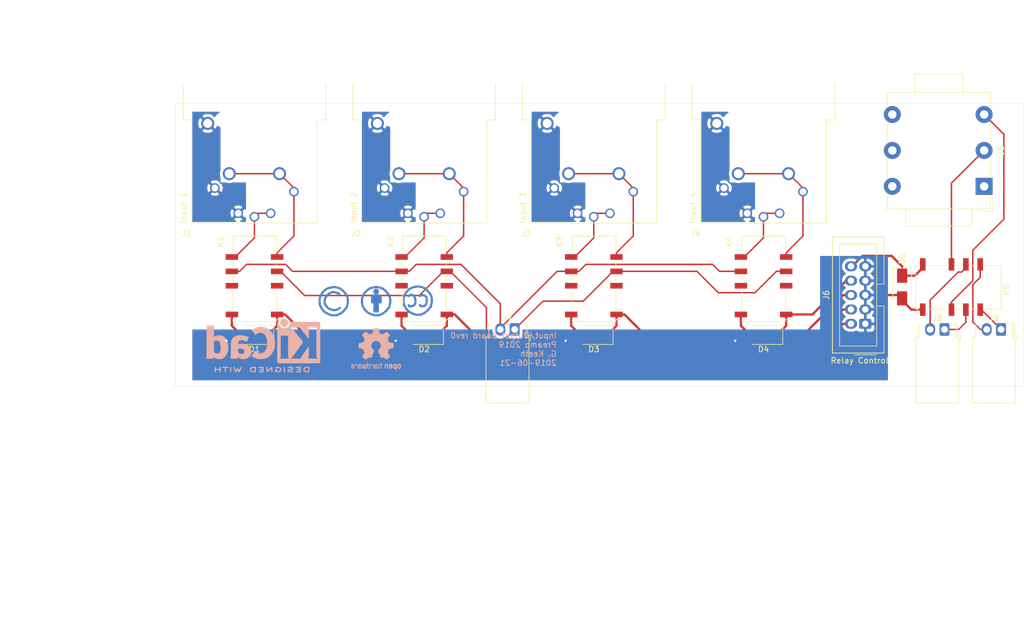
<source format=kicad_pcb>
(kicad_pcb (version 20171130) (host pcbnew 5.1.4)
  (title_block (title "Input/Output Board") (date 2019-04-27) (rev 0) (company "G. Keeth") (comment 1 "Preamp 2019") (comment 4 "NOTE: 2 of these boards are needed in total (1 each for L/R)"))
  (layers (0 F.Cu signal) (31 B.Cu signal) (34 B.Paste user) (35 F.Paste user) (36 B.SilkS user) (37 F.SilkS user) (38 B.Mask user) (39 F.Mask user) (44 Edge.Cuts user))
  (net 0 "")
  (net 1 /input1_select)
  (net 2 /input2_select)
  (net 3 /input3_select)
  (net 4 /input4_select)
  (net 5 /output_shield)
  (net 6 /input1_cold)
  (net 7 /input1_hot)
  (net 8 /input2_cold)
  (net 9 /input2_hot)
  (net 10 /input3_cold)
  (net 11 /input3_hot)
  (net 12 /input4_cold)
  (net 13 /input4_hot)
  (net 14 /input_selected_cold)
  (net 15 /output_cold)
  (net 16 /output_hot)
  (net 17 "Net-(K1-Pad3)")
  (net 18 "Net-(K1-Pad10)")
  (net 19 "Net-(K2-Pad3)")
  (net 20 "Net-(K2-Pad10)")
  (net 21 "Net-(K3-Pad3)")
  (net 22 "Net-(K3-Pad10)")
  (net 23 "Net-(K4-Pad3)")
  (net 24 "Net-(K4-Pad10)")
  (net 25 /input_selected_hot)
  (net 26 /input1_shield)
  (net 27 /input2_shield)
  (net 28 /input3_shield)
  (net 29 /input4_shield)
  (net 30 GNDRELAY)
  (net 31 /headphone_select)
  (net 32 /headphone_cold)
  (net 33 /headphone_hot)
  (net 34 /main_hot)
  (net 35 /main_cold)
  (module Connector_Audio:Jack_3.5mm_Neutrik_NMJ6HCD2_Horizontal (layer F.Cu) (at 193 102 270)
    (fp_text reference J5 (at 6.35 -3 90) (layer F.SilkS))
    (fp_text value AudioJack3)
    (pad S thru_hole rect (at 12.7 0 270) (size 3 3) (drill 1.5) (layers *.Cu *.Mask) (net 5 /output_shield))
    (pad T thru_hole circle (at 0 0 270) (size 3 3) (drill 1.5) (layers *.Cu *.Mask) (net 34 /main_hot))
    (pad R thru_hole circle (at 6.35 0 270) (size 3 3) (drill 1.5) (layers *.Cu *.Mask) (net 35 /main_cold))
    (pad SN thru_hole circle (at 12.7 16.23 270) (size 3 3) (drill 1.5) (layers *.Cu *.Mask))
    (pad TN thru_hole circle (at 0 16.23 270) (size 3 3) (drill 1.5) (layers *.Cu *.Mask))
    (pad RN thru_hole circle (at 6.35 16.23 270) (size 3 3) (drill 1.5) (layers *.Cu *.Mask))
  )
  (module Relay_SMD:Relay_DPDT_Omron_G6S-2F (layer F.Cu) (at 188.5 132.5 90)
    (fp_text reference K5 (at -0.5 8.5 90) (layer F.SilkS))
    (fp_text value G6S-2)
    (pad 5 smd rect (at -4 3.81 90) (size 2.2 1) (layers F.Cu F.Paste F.Mask) (net 33 /headphone_hot))
    (pad 8 smd rect (at 4 3.81 90) (size 2.2 1) (layers F.Cu F.Paste F.Mask) (net 32 /headphone_cold))
    (pad 3 smd rect (at -4 -1.27 90) (size 2.2 1) (layers F.Cu F.Paste F.Mask) (net 34 /main_hot))
    (pad 1 smd rect (at -4 -6.35 90) (size 2.2 1) (layers F.Cu F.Paste F.Mask) (net 30 GNDRELAY))
    (pad 10 smd rect (at 4 -1.27 90) (size 2.2 1) (layers F.Cu F.Paste F.Mask) (net 35 /main_cold))
    (pad 12 smd rect (at 4 -6.35 90) (size 2.2 1) (layers F.Cu F.Paste F.Mask) (net 31 /headphone_select))
    (pad 4 smd rect (at -4 1.27 90) (size 2.2 1) (layers F.Cu F.Paste F.Mask) (net 16 /output_hot))
    (pad 9 smd rect (at 4 1.27 90) (size 2.2 1) (layers F.Cu F.Paste F.Mask) (net 15 /output_cold))
  )
  (module Connector_Molex_SL:Molex_SL_A-70553-0001_1x02_P2.54mm_Horizontal (layer F.Cu) (at 196 140 180)
    (fp_text reference J9 (at 1.27 2) (layer F.SilkS))
    (fp_text value Molex_SL_01x02_Male)
    (pad 2 thru_hole oval (at 2.54 0 180) (size 1.74 2.2) (drill 1.2) (layers *.Cu *.Mask) (net 32 /headphone_cold))
    (pad 1 thru_hole roundrect (at 0 0 180) (size 1.74 2.2) (drill 1.2) (layers *.Cu *.Mask) (roundrect_rratio 0.143678) (net 33 /headphone_hot))
  )
  (module Connector_Molex_SL:Molex_SL_A-70553-0001_1x02_P2.54mm_Horizontal (layer F.Cu) (at 186 140 180)
    (fp_text reference J8 (at 1.27 2) (layer F.SilkS))
    (fp_text value Molex_SL_01x02_Male)
    (pad 2 thru_hole oval (at 2.54 0 180) (size 1.74 2.2) (drill 1.2) (layers *.Cu *.Mask) (net 15 /output_cold))
    (pad 1 thru_hole roundrect (at 0 0 180) (size 1.74 2.2) (drill 1.2) (layers *.Cu *.Mask) (roundrect_rratio 0.143678) (net 16 /output_hot))
  )
  (module Connector_Molex_SL:Molex_SL_A-70553-0001_1x02_P2.54mm_Horizontal (layer F.Cu) (at 110 140 180)
    (fp_text reference J7 (at 1.27 2) (layer F.SilkS))
    (fp_text value Molex_SL_01x02_Male)
    (pad 1 thru_hole roundrect (at 0 0 180) (size 1.74 2.2) (drill 1.2) (layers *.Cu *.Mask) (roundrect_rratio 0.143678) (net 25 /input_selected_hot))
    (pad 2 thru_hole oval (at 2.54 0 180) (size 1.74 2.2) (drill 1.2) (layers *.Cu *.Mask) (net 14 /input_selected_cold))
  )
  (module Diode_SMD:D_SMA (layer F.Cu) (at 178.5 132.5 270)
    (fp_text reference D5 (at -5 0 90) (layer F.SilkS))
    (fp_text value MRA4004T3G)
    (pad 2 smd rect (at 2 0 270) (size 2.5 1.8) (layers F.Cu F.Paste F.Mask) (net 30 GNDRELAY))
    (pad 1 smd rect (at -2 0 270) (size 2.5 1.8) (layers F.Cu F.Paste F.Mask) (net 31 /headphone_select))
  )
  (module Symbol:Symbol_CC-Attribution_CopperTop_Small (layer B.Cu) (at 85.5 135 180)
    (fp_text reference REF** hide)
    (fp_text value Symbol_CC-Attribution_CopperTop_Small hide)
    (fp_line (start 0.59944 2.4003) (end 0 2.49936) (layer B.Cu) (width 0.381))
    (fp_line (start 1.00076 2.30124) (end 0.59944 2.4003) (layer B.Cu) (width 0.381))
    (fp_line (start 1.50114 1.99898) (end 1.00076 2.30124) (layer B.Cu) (width 0.381))
    (fp_line (start 1.99898 1.50114) (end 1.50114 1.99898) (layer B.Cu) (width 0.381))
    (fp_line (start 2.30124 1.00076) (end 1.99898 1.50114) (layer B.Cu) (width 0.381))
    (fp_line (start 2.49936 0.39878) (end 2.30124 1.00076) (layer B.Cu) (width 0.381))
    (fp_line (start 2.49936 -0.20066) (end 2.49936 0.39878) (layer B.Cu) (width 0.381))
    (fp_line (start 2.4003 -0.8001) (end 2.49936 -0.20066) (layer B.Cu) (width 0.381))
    (fp_line (start 1.99898 -1.50114) (end 2.4003 -0.8001) (layer B.Cu) (width 0.381))
    (fp_line (start 1.50114 -1.99898) (end 1.99898 -1.50114) (layer B.Cu) (width 0.381))
    (fp_line (start 0.89916 -2.30124) (end 1.50114 -1.99898) (layer B.Cu) (width 0.381))
    (fp_line (start 0.29972 -2.49936) (end 0.89916 -2.30124) (layer B.Cu) (width 0.381))
    (fp_line (start -0.50038 -2.49936) (end 0.29972 -2.49936) (layer B.Cu) (width 0.381))
    (fp_line (start -1.19888 -2.19964) (end -0.50038 -2.49936) (layer B.Cu) (width 0.381))
    (fp_line (start -1.69926 -1.80086) (end -1.19888 -2.19964) (layer B.Cu) (width 0.381))
    (fp_line (start -2.30124 -1.09982) (end -1.69926 -1.80086) (layer B.Cu) (width 0.381))
    (fp_line (start -2.49936 -0.29972) (end -2.30124 -1.09982) (layer B.Cu) (width 0.381))
    (fp_line (start -2.49936 0.29972) (end -2.49936 -0.29972) (layer B.Cu) (width 0.381))
    (fp_line (start -2.4003 0.8001) (end -2.49936 0.29972) (layer B.Cu) (width 0.381))
    (fp_line (start -2.19964 1.19888) (end -2.4003 0.8001) (layer B.Cu) (width 0.381))
    (fp_line (start -1.69926 1.80086) (end -2.19964 1.19888) (layer B.Cu) (width 0.381))
    (fp_line (start -1.19888 2.19964) (end -1.69926 1.80086) (layer B.Cu) (width 0.381))
    (fp_line (start -0.70104 2.4003) (end -1.19888 2.19964) (layer B.Cu) (width 0.381))
    (fp_line (start -0.09906 2.49936) (end -0.70104 2.4003) (layer B.Cu) (width 0.381))
    (fp_line (start 0 2.49936) (end -0.09906 2.49936) (layer B.Cu) (width 0.381))
    (fp_circle (center 0 1.69926) (end 0.09906 1.39954) (layer B.Cu) (width 0.381))
    (fp_line (start -0.8001 -0.20066) (end -0.8001 1.00076) (layer B.Cu) (width 0.381))
    (fp_line (start 0.70104 -0.20066) (end -0.8001 -0.20066) (layer B.Cu) (width 0.381))
    (fp_line (start 0.70104 1.00076) (end 0.70104 -0.20066) (layer B.Cu) (width 0.381))
    (fp_line (start -0.8001 1.00076) (end 0.70104 1.00076) (layer B.Cu) (width 0.381))
    (fp_line (start -0.29972 -1.80086) (end 0.20066 -1.80086) (layer B.Cu) (width 0.381))
    (fp_line (start -0.29972 -0.29972) (end -0.29972 -1.80086) (layer B.Cu) (width 0.381))
    (fp_line (start 0.29972 -1.80086) (end 0.29972 -0.20066) (layer B.Cu) (width 0.381))
    (fp_line (start 0.09906 -1.80086) (end 0.29972 -1.80086) (layer B.Cu) (width 0.381))
    (fp_line (start 0 -0.29972) (end 0 -1.6002) (layer B.Cu) (width 0.381))
    (fp_line (start -0.8001 0.09906) (end 0.50038 0.09906) (layer B.Cu) (width 0.381))
    (fp_line (start 0.50038 0.39878) (end -0.70104 0.39878) (layer B.Cu) (width 0.381))
    (fp_line (start -0.70104 0.70104) (end 0.59944 0.70104) (layer B.Cu) (width 0.381))
    (fp_line (start 0 1.89992) (end 0 1.50114) (layer B.Cu) (width 0.381))
  )
  (module Symbol:Symbol_CC-ShareAlike_CopperTop_Small (layer B.Cu) (at 78 135 180)
    (fp_text reference REF** hide)
    (fp_text value Symbol_CC-ShareAlike_CopperTop_Small hide)
    (fp_line (start 0.59944 2.4003) (end 0 2.49936) (layer B.Cu) (width 0.381))
    (fp_line (start 1.00076 2.30124) (end 0.59944 2.4003) (layer B.Cu) (width 0.381))
    (fp_line (start 1.50114 1.99898) (end 1.00076 2.30124) (layer B.Cu) (width 0.381))
    (fp_line (start 1.99898 1.50114) (end 1.50114 1.99898) (layer B.Cu) (width 0.381))
    (fp_line (start 2.30124 1.00076) (end 1.99898 1.50114) (layer B.Cu) (width 0.381))
    (fp_line (start 2.49936 0.39878) (end 2.30124 1.00076) (layer B.Cu) (width 0.381))
    (fp_line (start 2.49936 -0.20066) (end 2.49936 0.39878) (layer B.Cu) (width 0.381))
    (fp_line (start 2.4003 -0.8001) (end 2.49936 -0.20066) (layer B.Cu) (width 0.381))
    (fp_line (start 1.99898 -1.50114) (end 2.4003 -0.8001) (layer B.Cu) (width 0.381))
    (fp_line (start 1.50114 -1.99898) (end 1.99898 -1.50114) (layer B.Cu) (width 0.381))
    (fp_line (start 0.89916 -2.30124) (end 1.50114 -1.99898) (layer B.Cu) (width 0.381))
    (fp_line (start 0.29972 -2.49936) (end 0.89916 -2.30124) (layer B.Cu) (width 0.381))
    (fp_line (start -0.50038 -2.49936) (end 0.29972 -2.49936) (layer B.Cu) (width 0.381))
    (fp_line (start -1.19888 -2.19964) (end -0.50038 -2.49936) (layer B.Cu) (width 0.381))
    (fp_line (start -1.69926 -1.80086) (end -1.19888 -2.19964) (layer B.Cu) (width 0.381))
    (fp_line (start -2.30124 -1.09982) (end -1.69926 -1.80086) (layer B.Cu) (width 0.381))
    (fp_line (start -2.49936 -0.29972) (end -2.30124 -1.09982) (layer B.Cu) (width 0.381))
    (fp_line (start -2.49936 0.29972) (end -2.49936 -0.29972) (layer B.Cu) (width 0.381))
    (fp_line (start -2.4003 0.8001) (end -2.49936 0.29972) (layer B.Cu) (width 0.381))
    (fp_line (start -2.19964 1.19888) (end -2.4003 0.8001) (layer B.Cu) (width 0.381))
    (fp_line (start -1.69926 1.80086) (end -2.19964 1.19888) (layer B.Cu) (width 0.381))
    (fp_line (start -1.19888 2.19964) (end -1.69926 1.80086) (layer B.Cu) (width 0.381))
    (fp_line (start -0.70104 2.4003) (end -1.19888 2.19964) (layer B.Cu) (width 0.381))
    (fp_line (start -0.09906 2.49936) (end -0.70104 2.4003) (layer B.Cu) (width 0.381))
    (fp_line (start 0 2.49936) (end -0.09906 2.49936) (layer B.Cu) (width 0.381))
    (fp_line (start -0.50038 1.50114) (end -1.00076 1.30048) (layer B.Cu) (width 0.381))
    (fp_line (start -0.09906 1.6002) (end -0.50038 1.50114) (layer B.Cu) (width 0.381))
    (fp_line (start 0.29972 1.6002) (end -0.09906 1.6002) (layer B.Cu) (width 0.381))
    (fp_line (start 0.89916 1.30048) (end 0.29972 1.6002) (layer B.Cu) (width 0.381))
    (fp_line (start 1.19888 1.00076) (end 0.89916 1.30048) (layer B.Cu) (width 0.381))
    (fp_line (start 1.50114 0.50038) (end 1.19888 1.00076) (layer B.Cu) (width 0.381))
    (fp_line (start 1.6002 0) (end 1.50114 0.50038) (layer B.Cu) (width 0.381))
    (fp_line (start 1.6002 -0.39878) (end 1.6002 0) (layer B.Cu) (width 0.381))
    (fp_line (start 1.30048 -0.89916) (end 1.6002 -0.39878) (layer B.Cu) (width 0.381))
    (fp_line (start 0.89916 -1.30048) (end 1.30048 -0.89916) (layer B.Cu) (width 0.381))
    (fp_line (start 0.39878 -1.50114) (end 0.89916 -1.30048) (layer B.Cu) (width 0.381))
    (fp_line (start -0.09906 -1.6002) (end 0.39878 -1.50114) (layer B.Cu) (width 0.381))
    (fp_line (start -0.59944 -1.50114) (end -0.09906 -1.6002) (layer B.Cu) (width 0.381))
    (fp_line (start -1.09982 -1.19888) (end -0.59944 -1.50114) (layer B.Cu) (width 0.381))
  )
  (module Symbol:Symbol_CreativeCommons_CopperTop_Type2_Small (layer B.Cu) (at 93 135 180)
    (fp_text reference REF** hide)
    (fp_text value Symbol_CreativeCommons_CopperTop_Type2_Small hide)
    (fp_line (start 0.74944 2.5003) (end 0.15 2.59936) (layer B.Cu) (width 0.381))
    (fp_line (start 1.15076 2.40124) (end 0.74944 2.5003) (layer B.Cu) (width 0.381))
    (fp_line (start 1.65114 2.09898) (end 1.15076 2.40124) (layer B.Cu) (width 0.381))
    (fp_line (start 2.14898 1.60114) (end 1.65114 2.09898) (layer B.Cu) (width 0.381))
    (fp_line (start 2.45124 1.10076) (end 2.14898 1.60114) (layer B.Cu) (width 0.381))
    (fp_line (start 2.64936 0.49878) (end 2.45124 1.10076) (layer B.Cu) (width 0.381))
    (fp_line (start 2.64936 -0.10066) (end 2.64936 0.49878) (layer B.Cu) (width 0.381))
    (fp_line (start 2.5503 -0.7001) (end 2.64936 -0.10066) (layer B.Cu) (width 0.381))
    (fp_line (start 2.14898 -1.40114) (end 2.5503 -0.7001) (layer B.Cu) (width 0.381))
    (fp_line (start 1.65114 -1.89898) (end 2.14898 -1.40114) (layer B.Cu) (width 0.381))
    (fp_line (start 1.04916 -2.20124) (end 1.65114 -1.89898) (layer B.Cu) (width 0.381))
    (fp_line (start 0.44972 -2.39936) (end 1.04916 -2.20124) (layer B.Cu) (width 0.381))
    (fp_line (start -0.35038 -2.39936) (end 0.44972 -2.39936) (layer B.Cu) (width 0.381))
    (fp_line (start -1.04888 -2.09964) (end -0.35038 -2.39936) (layer B.Cu) (width 0.381))
    (fp_line (start -1.54926 -1.70086) (end -1.04888 -2.09964) (layer B.Cu) (width 0.381))
    (fp_line (start -2.15124 -0.99982) (end -1.54926 -1.70086) (layer B.Cu) (width 0.381))
    (fp_line (start -2.34936 -0.19972) (end -2.15124 -0.99982) (layer B.Cu) (width 0.381))
    (fp_line (start -2.34936 0.39972) (end -2.34936 -0.19972) (layer B.Cu) (width 0.381))
    (fp_line (start -2.2503 0.9001) (end -2.34936 0.39972) (layer B.Cu) (width 0.381))
    (fp_line (start -2.04964 1.29888) (end -2.2503 0.9001) (layer B.Cu) (width 0.381))
    (fp_line (start -1.54926 1.90086) (end -2.04964 1.29888) (layer B.Cu) (width 0.381))
    (fp_line (start -1.04888 2.29964) (end -1.54926 1.90086) (layer B.Cu) (width 0.381))
    (fp_line (start -0.55104 2.5003) (end -1.04888 2.29964) (layer B.Cu) (width 0.381))
    (fp_line (start 0.05094 2.59936) (end -0.55104 2.5003) (layer B.Cu) (width 0.381))
    (fp_line (start 0.15 2.59936) (end 0.05094 2.59936) (layer B.Cu) (width 0.381))
    (fp_line (start -0.44944 -0.90076) (end -0.24878 -0.7001) (layer B.Cu) (width 0.381))
    (fp_line (start -0.85076 -0.90076) (end -0.44944 -0.90076) (layer B.Cu) (width 0.381))
    (fp_line (start -1.15048 -0.79916) (end -0.85076 -0.90076) (layer B.Cu) (width 0.381))
    (fp_line (start -1.35114 -0.49944) (end -1.15048 -0.79916) (layer B.Cu) (width 0.381))
    (fp_line (start -1.4502 0.00094) (end -1.35114 -0.49944) (layer B.Cu) (width 0.381))
    (fp_line (start -1.4502 0.39972) (end -1.4502 0.00094) (layer B.Cu) (width 0.381))
    (fp_line (start -1.35114 0.80104) (end -1.4502 0.39972) (layer B.Cu) (width 0.381))
    (fp_line (start -1.04888 0.99916) (end -1.35114 0.80104) (layer B.Cu) (width 0.381))
    (fp_line (start -0.6501 1.10076) (end -1.04888 0.99916) (layer B.Cu) (width 0.381))
    (fp_line (start -0.35038 0.99916) (end -0.6501 1.10076) (layer B.Cu) (width 0.381))
    (fp_line (start -0.24878 0.9001) (end -0.35038 0.99916) (layer B.Cu) (width 0.381))
    (fp_line (start 1.65114 -0.90076) (end 1.7502 -0.7001) (layer B.Cu) (width 0.381))
    (fp_line (start 1.34888 -0.90076) (end 1.65114 -0.90076) (layer B.Cu) (width 0.381))
    (fp_line (start 1.15076 -0.90076) (end 1.34888 -0.90076) (layer B.Cu) (width 0.381))
    (fp_line (start 0.74944 -0.7001) (end 1.15076 -0.90076) (layer B.Cu) (width 0.381))
    (fp_line (start 0.54878 -0.29878) (end 0.74944 -0.7001) (layer B.Cu) (width 0.381))
    (fp_line (start 0.54878 0.1) (end 0.54878 -0.29878) (layer B.Cu) (width 0.381))
    (fp_line (start 0.65038 0.60038) (end 0.54878 0.1) (layer B.Cu) (width 0.381))
    (fp_line (start 0.85104 0.99916) (end 0.65038 0.60038) (layer B.Cu) (width 0.381))
    (fp_line (start 1.15076 1.10076) (end 0.85104 0.99916) (layer B.Cu) (width 0.381))
    (fp_line (start 1.45048 1.10076) (end 1.15076 1.10076) (layer B.Cu) (width 0.381))
    (fp_line (start 1.65114 0.99916) (end 1.45048 1.10076) (layer B.Cu) (width 0.381))
    (fp_line (start 1.7502 0.9001) (end 1.65114 0.99916) (layer B.Cu) (width 0.381))
  )
  (module Symbol:OSHW-Logo2_9.8x8mm_SilkScreen (layer B.Cu) (at 85.5 143.5 180)
    (fp_text reference REF** hide)
    (fp_text value OSHW-Logo2_9.8x8mm_SilkScreen hide)
  )
  (module Symbol:KiCad-Logo2_8mm_SilkScreen (layer B.Cu) (at 65.5 142 180)
    (fp_text reference REF** hide)
    (fp_text value KiCad-Logo2_8mm_SilkScreen hide)
  )
  (module Connector_Audio_gkeeth:Jack_Combo_Neutrik_NCJ6FA-H_Horizontal (layer F.Cu) (at 87 115)
    (fp_text reference J2 (at -5 8) (layer F.SilkS))
    (fp_text value Neutrik_NCJ6FA-H)
    (fp_text user "Input 2" (at -5.5 3.5 90) (layer F.SilkS))
    (pad "" np_thru_hole circle (at 6.985 -8.89) (size 1.6 1.6) (drill 1.6) (layers *.Cu *.Mask))
    (pad "" np_thru_hole circle (at 12.7 -12.065) (size 1.6 1.6) (drill 1.6) (layers *.Cu *.Mask))
    (pad "" np_thru_hole circle (at 1.27 -12.065) (size 1.6 1.6) (drill 1.6) (layers *.Cu *.Mask))
    (pad G thru_hole circle (at -1.27 -11.43) (size 2.3 2.3) (drill 1.6) (layers *.Cu *.Mask) (net 27 /input2_shield))
    (pad S thru_hole circle (at 4.1275 4.461) (size 1.7 1.7) (drill 1.2) (layers *.Cu *.Mask) (net 27 /input2_shield))
    (pad R thru_hole circle (at 9.8425 4.461) (size 1.7 1.7) (drill 1.2) (layers *.Cu *.Mask) (net 8 /input2_cold))
    (pad T thru_hole circle (at 11.43 -2.54) (size 2.3 2.3) (drill 1.6) (layers *.Cu *.Mask) (net 9 /input2_hot))
    (pad T thru_hole circle (at 2.54 -2.54) (size 2.3 2.3) (drill 1.6) (layers *.Cu *.Mask) (net 9 /input2_hot))
    (pad 3 thru_hole circle (at 6.985 5.08) (size 1.7 1.7) (drill 1.2) (layers *.Cu *.Mask) (net 8 /input2_cold))
    (pad 2 thru_hole circle (at 13.97 0.635) (size 1.7 1.7) (drill 1.2) (layers *.Cu *.Mask) (net 9 /input2_hot))
    (pad 1 thru_hole circle (at 0 0) (size 1.7 1.7) (drill 1.2) (layers *.Cu *.Mask) (net 27 /input2_shield))
  )
  (module Connector_Molex_C-Grid:Molex_C-Grid_70246-1001_2x05_P2.54mm_Vertical (layer F.Cu) (at 172 139 90)
    (fp_text reference J6 (at 5.08 -6.92 90) (layer F.SilkS))
    (fp_text value Conn_02x05_Odd_Even)
    (fp_text user "Relay Control" (at -6.5 -1 180) (layer F.SilkS))
    (pad 10 thru_hole oval (at 10.16 -2.54 90) (size 1.74 2.14) (drill 1.14) (layers *.Cu *.Mask) (net 31 /headphone_select))
    (pad 8 thru_hole oval (at 7.62 -2.54 90) (size 1.74 2.14) (drill 1.14) (layers *.Cu *.Mask) (net 4 /input4_select))
    (pad 6 thru_hole oval (at 5.08 -2.54 90) (size 1.74 2.14) (drill 1.14) (layers *.Cu *.Mask) (net 3 /input3_select))
    (pad 4 thru_hole oval (at 2.54 -2.54 90) (size 1.74 2.14) (drill 1.14) (layers *.Cu *.Mask) (net 2 /input2_select))
    (pad 2 thru_hole oval (at 0 -2.54 90) (size 1.74 2.14) (drill 1.14) (layers *.Cu *.Mask) (net 1 /input1_select))
    (pad 9 thru_hole oval (at 10.16 0 90) (size 1.74 2.14) (drill 1.14) (layers *.Cu *.Mask) (net 30 GNDRELAY))
    (pad 7 thru_hole oval (at 7.62 0 90) (size 1.74 2.14) (drill 1.14) (layers *.Cu *.Mask) (net 30 GNDRELAY))
    (pad 5 thru_hole oval (at 5.08 0 90) (size 1.74 2.14) (drill 1.14) (layers *.Cu *.Mask) (net 30 GNDRELAY))
    (pad 3 thru_hole oval (at 2.54 0 90) (size 1.74 2.14) (drill 1.14) (layers *.Cu *.Mask) (net 30 GNDRELAY))
    (pad 1 thru_hole roundrect (at 0 0 90) (size 1.74 2.14) (drill 1.14) (layers *.Cu *.Mask) (roundrect_rratio 0.143678) (net 30 GNDRELAY))
  )
  (module Connector_Audio_gkeeth:Jack_Combo_Neutrik_NCJ6FA-H_Horizontal (layer F.Cu) (at 117 115)
    (fp_text reference J3 (at -5 8) (layer F.SilkS))
    (fp_text value Neutrik_NCJ6FA-H)
    (fp_text user "Input 3" (at -5.5 3.5 90) (layer F.SilkS))
    (pad "" np_thru_hole circle (at 6.985 -8.89) (size 1.6 1.6) (drill 1.6) (layers *.Cu *.Mask))
    (pad "" np_thru_hole circle (at 12.7 -12.065) (size 1.6 1.6) (drill 1.6) (layers *.Cu *.Mask))
    (pad "" np_thru_hole circle (at 1.27 -12.065) (size 1.6 1.6) (drill 1.6) (layers *.Cu *.Mask))
    (pad G thru_hole circle (at -1.27 -11.43) (size 2.3 2.3) (drill 1.6) (layers *.Cu *.Mask) (net 28 /input3_shield))
    (pad S thru_hole circle (at 4.1275 4.461) (size 1.7 1.7) (drill 1.2) (layers *.Cu *.Mask) (net 28 /input3_shield))
    (pad R thru_hole circle (at 9.8425 4.461) (size 1.7 1.7) (drill 1.2) (layers *.Cu *.Mask) (net 10 /input3_cold))
    (pad T thru_hole circle (at 11.43 -2.54) (size 2.3 2.3) (drill 1.6) (layers *.Cu *.Mask) (net 11 /input3_hot))
    (pad T thru_hole circle (at 2.54 -2.54) (size 2.3 2.3) (drill 1.6) (layers *.Cu *.Mask) (net 11 /input3_hot))
    (pad 3 thru_hole circle (at 6.985 5.08) (size 1.7 1.7) (drill 1.2) (layers *.Cu *.Mask) (net 10 /input3_cold))
    (pad 2 thru_hole circle (at 13.97 0.635) (size 1.7 1.7) (drill 1.2) (layers *.Cu *.Mask) (net 11 /input3_hot))
    (pad 1 thru_hole circle (at 0 0) (size 1.7 1.7) (drill 1.2) (layers *.Cu *.Mask) (net 28 /input3_shield))
  )
  (module Relay_SMD:Relay_DPDT_Omron_G6S-2F (layer F.Cu) (at 94 131 180)
    (fp_text reference K2 (at 6 6.5 90) (layer F.SilkS))
    (fp_text value G6S-2)
    (pad 5 smd rect (at -4 3.81 180) (size 2.2 1) (layers F.Cu F.Paste F.Mask) (net 9 /input2_hot))
    (pad 8 smd rect (at 4 3.81 180) (size 2.2 1) (layers F.Cu F.Paste F.Mask) (net 8 /input2_cold))
    (pad 3 smd rect (at -4 -1.27 180) (size 2.2 1) (layers F.Cu F.Paste F.Mask) (net 19 "Net-(K2-Pad3)"))
    (pad 1 smd rect (at -4 -6.35 180) (size 2.2 1) (layers F.Cu F.Paste F.Mask) (net 2 /input2_select))
    (pad 10 smd rect (at 4 -1.27 180) (size 2.2 1) (layers F.Cu F.Paste F.Mask) (net 20 "Net-(K2-Pad10)"))
    (pad 12 smd rect (at 4 -6.35 180) (size 2.2 1) (layers F.Cu F.Paste F.Mask) (net 30 GNDRELAY))
    (pad 4 smd rect (at -4 1.27 180) (size 2.2 1) (layers F.Cu F.Paste F.Mask) (net 25 /input_selected_hot))
    (pad 9 smd rect (at 4 1.27 180) (size 2.2 1) (layers F.Cu F.Paste F.Mask) (net 14 /input_selected_cold))
  )
  (module Relay_SMD:Relay_DPDT_Omron_G6S-2F (layer F.Cu) (at 64 131 180)
    (fp_text reference K1 (at 6 6.5 270) (layer F.SilkS))
    (fp_text value G6S-2)
    (pad 5 smd rect (at -4 3.81 180) (size 2.2 1) (layers F.Cu F.Paste F.Mask) (net 7 /input1_hot))
    (pad 8 smd rect (at 4 3.81 180) (size 2.2 1) (layers F.Cu F.Paste F.Mask) (net 6 /input1_cold))
    (pad 3 smd rect (at -4 -1.27 180) (size 2.2 1) (layers F.Cu F.Paste F.Mask) (net 17 "Net-(K1-Pad3)"))
    (pad 1 smd rect (at -4 -6.35 180) (size 2.2 1) (layers F.Cu F.Paste F.Mask) (net 1 /input1_select))
    (pad 10 smd rect (at 4 -1.27 180) (size 2.2 1) (layers F.Cu F.Paste F.Mask) (net 18 "Net-(K1-Pad10)"))
    (pad 12 smd rect (at 4 -6.35 180) (size 2.2 1) (layers F.Cu F.Paste F.Mask) (net 30 GNDRELAY))
    (pad 4 smd rect (at -4 1.27 180) (size 2.2 1) (layers F.Cu F.Paste F.Mask) (net 25 /input_selected_hot))
    (pad 9 smd rect (at 4 1.27 180) (size 2.2 1) (layers F.Cu F.Paste F.Mask) (net 14 /input_selected_cold))
  )
  (module Connector_Audio_gkeeth:Jack_Combo_Neutrik_NCJ6FA-H_Horizontal (layer F.Cu) (at 57 115)
    (fp_text reference J1 (at -5 8) (layer F.SilkS))
    (fp_text value Neutrik_NCJ6FA-H)
    (fp_text user "Input 1" (at -5.5 3.5 90) (layer F.SilkS))
    (pad "" np_thru_hole circle (at 6.985 -8.89) (size 1.6 1.6) (drill 1.6) (layers *.Cu *.Mask))
    (pad "" np_thru_hole circle (at 12.7 -12.065) (size 1.6 1.6) (drill 1.6) (layers *.Cu *.Mask))
    (pad "" np_thru_hole circle (at 1.27 -12.065) (size 1.6 1.6) (drill 1.6) (layers *.Cu *.Mask))
    (pad G thru_hole circle (at -1.27 -11.43) (size 2.3 2.3) (drill 1.6) (layers *.Cu *.Mask) (net 26 /input1_shield))
    (pad S thru_hole circle (at 4.1275 4.461) (size 1.7 1.7) (drill 1.2) (layers *.Cu *.Mask) (net 26 /input1_shield))
    (pad R thru_hole circle (at 9.8425 4.461) (size 1.7 1.7) (drill 1.2) (layers *.Cu *.Mask) (net 6 /input1_cold))
    (pad T thru_hole circle (at 11.43 -2.54) (size 2.3 2.3) (drill 1.6) (layers *.Cu *.Mask) (net 7 /input1_hot))
    (pad T thru_hole circle (at 2.54 -2.54) (size 2.3 2.3) (drill 1.6) (layers *.Cu *.Mask) (net 7 /input1_hot))
    (pad 3 thru_hole circle (at 6.985 5.08) (size 1.7 1.7) (drill 1.2) (layers *.Cu *.Mask) (net 6 /input1_cold))
    (pad 2 thru_hole circle (at 13.97 0.635) (size 1.7 1.7) (drill 1.2) (layers *.Cu *.Mask) (net 7 /input1_hot))
    (pad 1 thru_hole circle (at 0 0) (size 1.7 1.7) (drill 1.2) (layers *.Cu *.Mask) (net 26 /input1_shield))
  )
  (module Relay_SMD:Relay_DPDT_Omron_G6S-2F (layer F.Cu) (at 154 131 180)
    (fp_text reference K4 (at 6 6.5 90) (layer F.SilkS))
    (fp_text value G6S-2)
    (pad 5 smd rect (at -4 3.81 180) (size 2.2 1) (layers F.Cu F.Paste F.Mask) (net 13 /input4_hot))
    (pad 8 smd rect (at 4 3.81 180) (size 2.2 1) (layers F.Cu F.Paste F.Mask) (net 12 /input4_cold))
    (pad 3 smd rect (at -4 -1.27 180) (size 2.2 1) (layers F.Cu F.Paste F.Mask) (net 23 "Net-(K4-Pad3)"))
    (pad 1 smd rect (at -4 -6.35 180) (size 2.2 1) (layers F.Cu F.Paste F.Mask) (net 4 /input4_select))
    (pad 10 smd rect (at 4 -1.27 180) (size 2.2 1) (layers F.Cu F.Paste F.Mask) (net 24 "Net-(K4-Pad10)"))
    (pad 12 smd rect (at 4 -6.35 180) (size 2.2 1) (layers F.Cu F.Paste F.Mask) (net 30 GNDRELAY))
    (pad 4 smd rect (at -4 1.27 180) (size 2.2 1) (layers F.Cu F.Paste F.Mask) (net 25 /input_selected_hot))
    (pad 9 smd rect (at 4 1.27 180) (size 2.2 1) (layers F.Cu F.Paste F.Mask) (net 14 /input_selected_cold))
  )
  (module Relay_SMD:Relay_DPDT_Omron_G6S-2F (layer F.Cu) (at 124 131 180)
    (fp_text reference K3 (at 6 6.5 90) (layer F.SilkS))
    (fp_text value G6S-2)
    (pad 5 smd rect (at -4 3.81 180) (size 2.2 1) (layers F.Cu F.Paste F.Mask) (net 11 /input3_hot))
    (pad 8 smd rect (at 4 3.81 180) (size 2.2 1) (layers F.Cu F.Paste F.Mask) (net 10 /input3_cold))
    (pad 3 smd rect (at -4 -1.27 180) (size 2.2 1) (layers F.Cu F.Paste F.Mask) (net 21 "Net-(K3-Pad3)"))
    (pad 1 smd rect (at -4 -6.35 180) (size 2.2 1) (layers F.Cu F.Paste F.Mask) (net 3 /input3_select))
    (pad 10 smd rect (at 4 -1.27 180) (size 2.2 1) (layers F.Cu F.Paste F.Mask) (net 22 "Net-(K3-Pad10)"))
    (pad 12 smd rect (at 4 -6.35 180) (size 2.2 1) (layers F.Cu F.Paste F.Mask) (net 30 GNDRELAY))
    (pad 4 smd rect (at -4 1.27 180) (size 2.2 1) (layers F.Cu F.Paste F.Mask) (net 25 /input_selected_hot))
    (pad 9 smd rect (at 4 1.27 180) (size 2.2 1) (layers F.Cu F.Paste F.Mask) (net 14 /input_selected_cold))
  )
  (module Connector_Audio_gkeeth:Jack_Combo_Neutrik_NCJ6FA-H_Horizontal (layer F.Cu) (at 147 115)
    (fp_text reference J4 (at -5 8) (layer F.SilkS))
    (fp_text value Neutrik_NCJ6FA-H)
    (fp_text user "Input 4" (at -5.5 3.5 90) (layer F.SilkS))
    (pad "" np_thru_hole circle (at 6.985 -8.89) (size 1.6 1.6) (drill 1.6) (layers *.Cu *.Mask))
    (pad "" np_thru_hole circle (at 12.7 -12.065) (size 1.6 1.6) (drill 1.6) (layers *.Cu *.Mask))
    (pad "" np_thru_hole circle (at 1.27 -12.065) (size 1.6 1.6) (drill 1.6) (layers *.Cu *.Mask))
    (pad G thru_hole circle (at -1.27 -11.43) (size 2.3 2.3) (drill 1.6) (layers *.Cu *.Mask) (net 29 /input4_shield))
    (pad S thru_hole circle (at 4.1275 4.461) (size 1.7 1.7) (drill 1.2) (layers *.Cu *.Mask) (net 29 /input4_shield))
    (pad R thru_hole circle (at 9.8425 4.461) (size 1.7 1.7) (drill 1.2) (layers *.Cu *.Mask) (net 12 /input4_cold))
    (pad T thru_hole circle (at 11.43 -2.54) (size 2.3 2.3) (drill 1.6) (layers *.Cu *.Mask) (net 13 /input4_hot))
    (pad T thru_hole circle (at 2.54 -2.54) (size 2.3 2.3) (drill 1.6) (layers *.Cu *.Mask) (net 13 /input4_hot))
    (pad 3 thru_hole circle (at 6.985 5.08) (size 1.7 1.7) (drill 1.2) (layers *.Cu *.Mask) (net 12 /input4_cold))
    (pad 2 thru_hole circle (at 13.97 0.635) (size 1.7 1.7) (drill 1.2) (layers *.Cu *.Mask) (net 13 /input4_hot))
    (pad 1 thru_hole circle (at 0 0) (size 1.7 1.7) (drill 1.2) (layers *.Cu *.Mask) (net 29 /input4_shield))
  )
  (module Diode_SMD:D_SMA (layer F.Cu) (at 154 141 180)
    (fp_text reference D4 (at 0 -2.5) (layer F.SilkS))
    (fp_text value MRA4004T3G)
    (pad 2 smd rect (at 2 0 180) (size 2.5 1.8) (layers F.Cu F.Paste F.Mask) (net 30 GNDRELAY))
    (pad 1 smd rect (at -2 0 180) (size 2.5 1.8) (layers F.Cu F.Paste F.Mask) (net 4 /input4_select))
  )
  (module Diode_SMD:D_SMA (layer F.Cu) (at 124 141 180)
    (fp_text reference D3 (at 0 -2.5) (layer F.SilkS))
    (fp_text value MRA4004T3G)
    (pad 2 smd rect (at 2 0 180) (size 2.5 1.8) (layers F.Cu F.Paste F.Mask) (net 30 GNDRELAY))
    (pad 1 smd rect (at -2 0 180) (size 2.5 1.8) (layers F.Cu F.Paste F.Mask) (net 3 /input3_select))
  )
  (module Diode_SMD:D_SMA (layer F.Cu) (at 94 141 180)
    (fp_text reference D2 (at 0 -2.5) (layer F.SilkS))
    (fp_text value MRA4004T3G)
    (pad 2 smd rect (at 2 0 180) (size 2.5 1.8) (layers F.Cu F.Paste F.Mask) (net 30 GNDRELAY))
    (pad 1 smd rect (at -2 0 180) (size 2.5 1.8) (layers F.Cu F.Paste F.Mask) (net 2 /input2_select))
  )
  (module Diode_SMD:D_SMA (layer F.Cu) (at 64 141 180)
    (fp_text reference D1 (at 0 -2.5) (layer F.SilkS))
    (fp_text value MRA4004T3G)
    (pad 2 smd rect (at 2 0 180) (size 2.5 1.8) (layers F.Cu F.Paste F.Mask) (net 30 GNDRELAY))
    (pad 1 smd rect (at -2 0 180) (size 2.5 1.8) (layers F.Cu F.Paste F.Mask) (net 1 /input1_select))
  )
  (gr_text "Input/Output Board rev0\nPreamp 2019\nG. Keeth\n2019-06-21" (at 117.5 143.5) (layer B.SilkS) (effects (font (size 1 1)) (justify left mirror)))
  (gr_line (start 200 150) (end 50 150) (layer Edge.Cuts) (width 0.05))
  (gr_line (start 200 100) (end 200 150) (layer Edge.Cuts) (width 0.05))
  (gr_line (start 50 100) (end 200 100) (layer Edge.Cuts) (width 0.05))
  (gr_line (start 50 150) (end 50 100) (layer Edge.Cuts) (width 0.05))
  (segment (start 68 138.1548) (end 68 137.35) (width 0.4064) (layer F.Cu) (net 1))
  (segment (start 68 139.35) (end 68 138.1548) (width 0.4064) (layer F.Cu) (net 1))
  (segment (start 66.35 141) (end 68 139.35) (width 0.4064) (layer F.Cu) (net 1))
  (segment (start 66 141) (end 66.35 141) (width 0.4064) (layer F.Cu) (net 1))
  (segment (start 69.4048 137.35) (end 68 137.35) (width 0.4064) (layer F.Cu) (net 1))
  (segment (start 77.0548 145) (end 69.4048 137.35) (width 0.4064) (layer F.Cu) (net 1))
  (segment (start 162.0852 145) (end 77.0548 145) (width 0.4064) (layer F.Cu) (net 1))
  (segment (start 169.46 139) (end 168.0852 139) (width 0.4064) (layer F.Cu) (net 1))
  (segment (start 168.0852 139) (end 162.0852 145) (width 0.4064) (layer F.Cu) (net 1))
  (segment (start 98 138.1548) (end 98 137.35) (width 0.4064) (layer F.Cu) (net 2))
  (segment (start 98 139.35) (end 98 138.1548) (width 0.4064) (layer F.Cu) (net 2))
  (segment (start 96.35 141) (end 98 139.35) (width 0.4064) (layer F.Cu) (net 2))
  (segment (start 96 141) (end 96.35 141) (width 0.4064) (layer F.Cu) (net 2))
  (segment (start 99.4048 137.35) (end 98 137.35) (width 0.4064) (layer F.Cu) (net 2))
  (segment (start 106.0548 144) (end 99.4048 137.35) (width 0.4064) (layer F.Cu) (net 2))
  (segment (start 160.5452 144) (end 106.0548 144) (width 0.4064) (layer F.Cu) (net 2))
  (segment (start 169.46 136.46) (end 168.0852 136.46) (width 0.4064) (layer F.Cu) (net 2))
  (segment (start 168.0852 136.46) (end 160.5452 144) (width 0.4064) (layer F.Cu) (net 2))
  (segment (start 128 138.1548) (end 128 137.35) (width 0.4064) (layer F.Cu) (net 3))
  (segment (start 128 139.35) (end 128 138.1548) (width 0.4064) (layer F.Cu) (net 3))
  (segment (start 126.35 141) (end 128 139.35) (width 0.4064) (layer F.Cu) (net 3))
  (segment (start 126 141) (end 126.35 141) (width 0.4064) (layer F.Cu) (net 3))
  (segment (start 135.0548 143) (end 129.4048 137.35) (width 0.4064) (layer F.Cu) (net 3))
  (segment (start 159.0052 143) (end 135.0548 143) (width 0.4064) (layer F.Cu) (net 3))
  (segment (start 169.46 133.92) (end 168.0852 133.92) (width 0.4064) (layer F.Cu) (net 3))
  (segment (start 129.4048 137.35) (end 128 137.35) (width 0.4064) (layer F.Cu) (net 3))
  (segment (start 168.0852 133.92) (end 159.0052 143) (width 0.4064) (layer F.Cu) (net 3))
  (segment (start 158 138.1548) (end 158 137.35) (width 0.4064) (layer F.Cu) (net 4))
  (segment (start 158 139.35) (end 158 138.1548) (width 0.4064) (layer F.Cu) (net 4))
  (segment (start 156.35 141) (end 158 139.35) (width 0.4064) (layer F.Cu) (net 4))
  (segment (start 156 141) (end 156.35 141) (width 0.4064) (layer F.Cu) (net 4))
  (segment (start 162.65 137.35) (end 158 137.35) (width 0.4064) (layer F.Cu) (net 4))
  (segment (start 169.46 131.38) (end 168.62 131.38) (width 0.4064) (layer F.Cu) (net 4))
  (segment (start 168.62 131.38) (end 162.65 137.35) (width 0.4064) (layer F.Cu) (net 4))
  (segment (start 64.604 119.461) (end 63.985 120.08) (width 0.254) (layer F.Cu) (net 6))
  (segment (start 66.8425 119.461) (end 64.604 119.461) (width 0.254) (layer F.Cu) (net 6))
  (segment (start 60.6 127.19) (end 60 127.19) (width 0.254) (layer F.Cu) (net 6))
  (segment (start 63.985 123.805) (end 60.6 127.19) (width 0.254) (layer F.Cu) (net 6))
  (segment (start 63.985 120.08) (end 63.985 123.805) (width 0.254) (layer F.Cu) (net 6))
  (segment (start 70.97 116.837081) (end 70.97 115.635) (width 0.254) (layer F.Cu) (net 7))
  (segment (start 70.97 123.466) (end 70.97 116.837081) (width 0.254) (layer F.Cu) (net 7))
  (segment (start 68 126.436) (end 70.97 123.466) (width 0.254) (layer F.Cu) (net 7))
  (segment (start 68 127.19) (end 68 126.436) (width 0.254) (layer F.Cu) (net 7))
  (segment (start 70.97 115) (end 70.97 115.635) (width 0.254) (layer F.Cu) (net 7))
  (segment (start 68.43 112.46) (end 70.97 115) (width 0.254) (layer F.Cu) (net 7))
  (segment (start 59.54 112.46) (end 68.43 112.46) (width 0.254) (layer F.Cu) (net 7))
  (segment (start 93.985 121.282081) (end 93.985 120.08) (width 0.254) (layer F.Cu) (net 8))
  (segment (start 93.985 123.805) (end 93.985 121.282081) (width 0.254) (layer F.Cu) (net 8))
  (segment (start 90.6 127.19) (end 93.985 123.805) (width 0.254) (layer F.Cu) (net 8))
  (segment (start 90 127.19) (end 90.6 127.19) (width 0.254) (layer F.Cu) (net 8))
  (segment (start 94.604 119.461) (end 93.985 120.08) (width 0.254) (layer F.Cu) (net 8))
  (segment (start 96.8425 119.461) (end 94.604 119.461) (width 0.254) (layer F.Cu) (net 8))
  (segment (start 100.97 116.837081) (end 100.97 115.635) (width 0.254) (layer F.Cu) (net 9))
  (segment (start 100.97 123.466) (end 100.97 116.837081) (width 0.254) (layer F.Cu) (net 9))
  (segment (start 98 126.436) (end 100.97 123.466) (width 0.254) (layer F.Cu) (net 9))
  (segment (start 98 127.19) (end 98 126.436) (width 0.254) (layer F.Cu) (net 9))
  (segment (start 89.54 112.46) (end 98.43 112.46) (width 0.254) (layer F.Cu) (net 9))
  (segment (start 100.97 115) (end 100.97 115.635) (width 0.254) (layer F.Cu) (net 9))
  (segment (start 98.43 112.46) (end 100.97 115) (width 0.254) (layer F.Cu) (net 9))
  (segment (start 124.604 119.461) (end 123.985 120.08) (width 0.254) (layer F.Cu) (net 10))
  (segment (start 126.8425 119.461) (end 124.604 119.461) (width 0.254) (layer F.Cu) (net 10))
  (segment (start 120.6 127.19) (end 120 127.19) (width 0.254) (layer F.Cu) (net 10))
  (segment (start 123.985 123.805) (end 120.6 127.19) (width 0.254) (layer F.Cu) (net 10))
  (segment (start 123.985 120.08) (end 123.985 123.805) (width 0.254) (layer F.Cu) (net 10))
  (segment (start 119.54 112.46) (end 128.43 112.46) (width 0.254) (layer F.Cu) (net 11))
  (segment (start 130.97 115) (end 130.97 115.635) (width 0.254) (layer F.Cu) (net 11))
  (segment (start 128.43 112.46) (end 130.97 115) (width 0.254) (layer F.Cu) (net 11))
  (segment (start 130.97 116.837081) (end 130.97 115.635) (width 0.254) (layer F.Cu) (net 11))
  (segment (start 130.97 123.466) (end 130.97 116.837081) (width 0.254) (layer F.Cu) (net 11))
  (segment (start 128 126.436) (end 130.97 123.466) (width 0.254) (layer F.Cu) (net 11))
  (segment (start 128 127.19) (end 128 126.436) (width 0.254) (layer F.Cu) (net 11))
  (segment (start 154.604 119.461) (end 153.985 120.08) (width 0.254) (layer F.Cu) (net 12))
  (segment (start 156.8425 119.461) (end 154.604 119.461) (width 0.254) (layer F.Cu) (net 12))
  (segment (start 150.6 127.19) (end 150 127.19) (width 0.254) (layer F.Cu) (net 12))
  (segment (start 153.985 123.805) (end 150.6 127.19) (width 0.254) (layer F.Cu) (net 12))
  (segment (start 153.985 120.08) (end 153.985 123.805) (width 0.254) (layer F.Cu) (net 12))
  (segment (start 149.54 112.46) (end 158.43 112.46) (width 0.254) (layer F.Cu) (net 13))
  (segment (start 160.97 115) (end 160.97 115.635) (width 0.254) (layer F.Cu) (net 13))
  (segment (start 158.43 112.46) (end 160.97 115) (width 0.254) (layer F.Cu) (net 13))
  (segment (start 160.97 116.837081) (end 160.97 115.635) (width 0.254) (layer F.Cu) (net 13))
  (segment (start 160.97 123.466) (end 160.97 116.837081) (width 0.254) (layer F.Cu) (net 13))
  (segment (start 158 126.436) (end 160.97 123.466) (width 0.254) (layer F.Cu) (net 13))
  (segment (start 158 127.19) (end 158 126.436) (width 0.254) (layer F.Cu) (net 13))
  (segment (start 62.584 128.5) (end 61.354 129.73) (width 0.254) (layer F.Cu) (net 14))
  (segment (start 69.5 128.5) (end 62.584 128.5) (width 0.254) (layer F.Cu) (net 14))
  (segment (start 90 129.73) (end 70.73 129.73) (width 0.254) (layer F.Cu) (net 14))
  (segment (start 61.354 129.73) (end 60 129.73) (width 0.254) (layer F.Cu) (net 14))
  (segment (start 70.73 129.73) (end 69.5 128.5) (width 0.254) (layer F.Cu) (net 14))
  (segment (start 121.354 129.73) (end 122.584 128.5) (width 0.254) (layer F.Cu) (net 14))
  (segment (start 120 129.73) (end 121.354 129.73) (width 0.254) (layer F.Cu) (net 14))
  (segment (start 122.584 128.5) (end 145 128.5) (width 0.254) (layer F.Cu) (net 14))
  (segment (start 146.23 129.73) (end 150 129.73) (width 0.254) (layer F.Cu) (net 14))
  (segment (start 145 128.5) (end 146.23 129.73) (width 0.254) (layer F.Cu) (net 14))
  (segment (start 118.646 129.73) (end 120 129.73) (width 0.254) (layer F.Cu) (net 14))
  (segment (start 117.5 129.73) (end 118.646 129.73) (width 0.254) (layer F.Cu) (net 14))
  (segment (start 107.46 139.77) (end 117.5 129.73) (width 0.254) (layer F.Cu) (net 14))
  (segment (start 107.46 140) (end 107.46 139.77) (width 0.254) (layer F.Cu) (net 14))
  (segment (start 91.354 129.73) (end 90 129.73) (width 0.254) (layer F.Cu) (net 14))
  (segment (start 100.5 128.5) (end 92.584 128.5) (width 0.254) (layer F.Cu) (net 14))
  (segment (start 107.46 140) (end 107.46 135.46) (width 0.254) (layer F.Cu) (net 14))
  (segment (start 92.584 128.5) (end 91.354 129.73) (width 0.254) (layer F.Cu) (net 14))
  (segment (start 107.46 135.46) (end 100.5 128.5) (width 0.254) (layer F.Cu) (net 14))
  (segment (start 189.016 129.854) (end 189.77 129.1) (width 0.254) (layer F.Cu) (net 15))
  (segment (start 188.416 129.854) (end 189.016 129.854) (width 0.254) (layer F.Cu) (net 15))
  (segment (start 189.77 129.1) (end 189.77 128.5) (width 0.254) (layer F.Cu) (net 15))
  (segment (start 183.46 134.81) (end 188.416 129.854) (width 0.254) (layer F.Cu) (net 15))
  (segment (start 183.46 140) (end 183.46 134.81) (width 0.254) (layer F.Cu) (net 15))
  (segment (start 186 140) (end 188.5 140) (width 0.254) (layer F.Cu) (net 16))
  (segment (start 189.77 138.73) (end 189.77 136.5) (width 0.254) (layer F.Cu) (net 16))
  (segment (start 188.5 140) (end 189.77 138.73) (width 0.254) (layer F.Cu) (net 16))
  (segment (start 97.4 129.73) (end 93.13 134) (width 0.254) (layer F.Cu) (net 25))
  (segment (start 98 129.73) (end 97.4 129.73) (width 0.254) (layer F.Cu) (net 25))
  (segment (start 68.6 129.73) (end 68 129.73) (width 0.254) (layer F.Cu) (net 25))
  (segment (start 72.87 134) (end 68.6 129.73) (width 0.254) (layer F.Cu) (net 25))
  (segment (start 93.13 134) (end 72.87 134) (width 0.254) (layer F.Cu) (net 25))
  (segment (start 152.5 133.5) (end 156.27 129.73) (width 0.254) (layer F.Cu) (net 25))
  (segment (start 146 133.5) (end 152.5 133.5) (width 0.254) (layer F.Cu) (net 25))
  (segment (start 156.27 129.73) (end 158 129.73) (width 0.254) (layer F.Cu) (net 25))
  (segment (start 128 129.73) (end 142.23 129.73) (width 0.254) (layer F.Cu) (net 25))
  (segment (start 142.23 129.73) (end 146 133.5) (width 0.254) (layer F.Cu) (net 25))
  (segment (start 127.4 129.73) (end 122.13 135) (width 0.254) (layer F.Cu) (net 25))
  (segment (start 128 129.73) (end 127.4 129.73) (width 0.254) (layer F.Cu) (net 25))
  (segment (start 115 135) (end 110 140) (width 0.254) (layer F.Cu) (net 25))
  (segment (start 122.13 135) (end 115 135) (width 0.254) (layer F.Cu) (net 25))
  (segment (start 108 142) (end 110 140) (width 0.254) (layer F.Cu) (net 25))
  (segment (start 98.6 129.73) (end 105 136.13) (width 0.254) (layer F.Cu) (net 25))
  (segment (start 107 142) (end 108 142) (width 0.254) (layer F.Cu) (net 25))
  (segment (start 98 129.73) (end 98.6 129.73) (width 0.254) (layer F.Cu) (net 25))
  (segment (start 105 136.13) (end 105 140) (width 0.254) (layer F.Cu) (net 25))
  (segment (start 105 140) (end 107 142) (width 0.254) (layer F.Cu) (net 25))
  (segment (start 152 141) (end 150 141) (width 0.4064) (layer F.Cu) (net 30))
  (via (at 149 142) (size 0.8) (drill 0.4) (layers F.Cu B.Cu) (net 30))
  (segment (start 150 141) (end 149 142) (width 0.4064) (layer F.Cu) (net 30))
  (segment (start 122 141) (end 120 141) (width 0.4064) (layer F.Cu) (net 30))
  (via (at 119 142) (size 0.8) (drill 0.4) (layers F.Cu B.Cu) (net 30))
  (segment (start 120 141) (end 119 142) (width 0.4064) (layer F.Cu) (net 30))
  (segment (start 62 141) (end 60 141) (width 0.4064) (layer F.Cu) (net 30))
  (via (at 59 142) (size 0.8) (drill 0.4) (layers F.Cu B.Cu) (net 30))
  (segment (start 60 141) (end 59 142) (width 0.4064) (layer F.Cu) (net 30))
  (segment (start 60 138.1548) (end 60 137.35) (width 0.4064) (layer F.Cu) (net 30))
  (segment (start 61.65 141) (end 60 139.35) (width 0.4064) (layer F.Cu) (net 30))
  (segment (start 60 139.35) (end 60 138.1548) (width 0.4064) (layer F.Cu) (net 30))
  (segment (start 62 141) (end 61.65 141) (width 0.4064) (layer F.Cu) (net 30))
  (segment (start 90 138.1548) (end 90 137.35) (width 0.4064) (layer F.Cu) (net 30))
  (segment (start 90 139.35) (end 90 138.1548) (width 0.4064) (layer F.Cu) (net 30))
  (segment (start 91.65 141) (end 90 139.35) (width 0.4064) (layer F.Cu) (net 30))
  (segment (start 92 141) (end 91.65 141) (width 0.4064) (layer F.Cu) (net 30))
  (segment (start 120 138.1548) (end 120 137.35) (width 0.4064) (layer F.Cu) (net 30))
  (segment (start 120 139.35) (end 120 138.1548) (width 0.4064) (layer F.Cu) (net 30))
  (segment (start 121.65 141) (end 120 139.35) (width 0.4064) (layer F.Cu) (net 30))
  (segment (start 122 141) (end 121.65 141) (width 0.4064) (layer F.Cu) (net 30))
  (segment (start 150 138.1548) (end 150 137.35) (width 0.4064) (layer F.Cu) (net 30))
  (segment (start 150 139.35) (end 150 138.1548) (width 0.4064) (layer F.Cu) (net 30))
  (segment (start 151.65 141) (end 150 139.35) (width 0.4064) (layer F.Cu) (net 30))
  (segment (start 152 141) (end 151.65 141) (width 0.4064) (layer F.Cu) (net 30))
  (via (at 89 142) (size 0.8) (drill 0.4) (layers F.Cu B.Cu) (net 30))
  (segment (start 90 141) (end 89 142) (width 0.4064) (layer F.Cu) (net 30))
  (segment (start 92 141) (end 90 141) (width 0.4064) (layer F.Cu) (net 30))
  (segment (start 180.15 136.5) (end 178.5 134.85) (width 0.4064) (layer F.Cu) (net 30))
  (segment (start 178.5 134.85) (end 178.5 134.5) (width 0.4064) (layer F.Cu) (net 30))
  (segment (start 182.15 136.5) (end 180.15 136.5) (width 0.4064) (layer F.Cu) (net 30))
  (segment (start 177.92 133.92) (end 178.5 134.5) (width 0.4064) (layer F.Cu) (net 30))
  (segment (start 172 133.92) (end 177.92 133.92) (width 0.4064) (layer F.Cu) (net 30))
  (segment (start 182.15 129.1) (end 182.15 128.5) (width 0.4064) (layer F.Cu) (net 31))
  (segment (start 180.75 130.5) (end 182.15 129.1) (width 0.4064) (layer F.Cu) (net 31))
  (segment (start 178.5 130.5) (end 180.75 130.5) (width 0.4064) (layer F.Cu) (net 31))
  (segment (start 178.5 128.8436) (end 176.6564 127) (width 0.4064) (layer F.Cu) (net 31))
  (segment (start 178.5 130.5) (end 178.5 128.8436) (width 0.4064) (layer F.Cu) (net 31))
  (segment (start 176.6564 127) (end 171.5 127) (width 0.4064) (layer F.Cu) (net 31))
  (segment (start 169.66 128.84) (end 169.46 128.84) (width 0.4064) (layer F.Cu) (net 31))
  (segment (start 171.5 127) (end 169.66 128.84) (width 0.4064) (layer F.Cu) (net 31))
  (segment (start 191.008011 132.086425) (end 192.31 130.784436) (width 0.254) (layer F.Cu) (net 32))
  (segment (start 192.31 129.854) (end 192.31 128.5) (width 0.254) (layer F.Cu) (net 32))
  (segment (start 192.31 130.784436) (end 192.31 129.854) (width 0.254) (layer F.Cu) (net 32))
  (segment (start 191.008011 138.672011) (end 191.008011 132.086425) (width 0.254) (layer F.Cu) (net 32))
  (segment (start 192.336 140) (end 191.008011 138.672011) (width 0.254) (layer F.Cu) (net 32))
  (segment (start 193.46 140) (end 192.336 140) (width 0.254) (layer F.Cu) (net 32))
  (segment (start 192.5 136.5) (end 192.31 136.5) (width 0.254) (layer F.Cu) (net 33))
  (segment (start 196 140) (end 192.5 136.5) (width 0.254) (layer F.Cu) (net 33))
  (segment (start 187.23 135.146) (end 191 131.376) (width 0.254) (layer F.Cu) (net 34))
  (segment (start 187.23 136.5) (end 187.23 135.146) (width 0.254) (layer F.Cu) (net 34))
  (segment (start 191 131.376) (end 191 126) (width 0.254) (layer F.Cu) (net 34))
  (segment (start 191 126) (end 196.5 120.5) (width 0.254) (layer F.Cu) (net 34))
  (segment (start 196.5 105.5) (end 193 102) (width 0.254) (layer F.Cu) (net 34))
  (segment (start 196.5 120.5) (end 196.5 105.5) (width 0.254) (layer F.Cu) (net 34))
  (segment (start 187.23 114.12) (end 193 108.35) (width 0.254) (layer F.Cu) (net 35))
  (segment (start 187.23 128.5) (end 187.23 114.12) (width 0.254) (layer F.Cu) (net 35))
  (zone (net 30) (net_name GNDRELAY) (layer B.Cu) (connect_pads (clearance 0.508)) (min_thickness 0.254) (fill yes (arc_segments 32) (thermal_gap 0.508) (thermal_bridge_width 0.508))
    (polygon (pts (xy 53 145) (xy 53 140) (xy 164 140) (xy 164 127) (xy 176 127) (xy 176 149) (xy 53 149)))
  )
  (zone (net 26) (net_name /input1_shield) (layer B.Cu) (connect_pads (clearance 0.508)) (min_thickness 0.254) (fill yes (arc_segments 32) (thermal_gap 0.508) (thermal_bridge_width 0.508))
    (polygon (pts (xy 53 101.5) (xy 53 121) (xy 62.5 121) (xy 62.5 114) (xy 58 114) (xy 58 101.5)))
  )
  (zone (net 27) (net_name /input2_shield) (layer B.Cu) (connect_pads (clearance 0.508)) (min_thickness 0.254) (fill yes (arc_segments 32) (thermal_gap 0.508) (thermal_bridge_width 0.508))
    (polygon (pts (xy 83 101.5) (xy 83 121) (xy 92.5 121) (xy 92.5 114) (xy 88 114) (xy 88 101.5)))
  )
  (zone (net 28) (net_name /input3_shield) (layer B.Cu) (connect_pads (clearance 0.508)) (min_thickness 0.254) (fill yes (arc_segments 32) (thermal_gap 0.508) (thermal_bridge_width 0.508))
    (polygon (pts (xy 113 101.5) (xy 113 121) (xy 122.5 121) (xy 122.5 114) (xy 118 114) (xy 118 101.5)))
  )
  (zone (net 29) (net_name /input4_shield) (layer B.Cu) (connect_pads (clearance 0.508)) (min_thickness 0.254) (fill yes (arc_segments 32) (thermal_gap 0.508) (thermal_bridge_width 0.508))
    (polygon (pts (xy 143 101.5) (xy 143 121) (xy 152.5 121) (xy 152.5 114) (xy 148 114) (xy 148 101.5)))
  )
)
</source>
